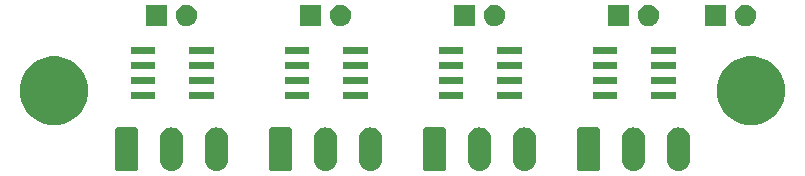
<source format=gbr>
G04 #@! TF.GenerationSoftware,KiCad,Pcbnew,(5.1.5)-3*
G04 #@! TF.CreationDate,2020-03-10T12:06:21-04:00*
G04 #@! TF.ProjectId,Step_Direction_Board,53746570-5f44-4697-9265-6374696f6e5f,rev?*
G04 #@! TF.SameCoordinates,PX7270e00PY78a3ca0*
G04 #@! TF.FileFunction,Soldermask,Bot*
G04 #@! TF.FilePolarity,Negative*
%FSLAX46Y46*%
G04 Gerber Fmt 4.6, Leading zero omitted, Abs format (unit mm)*
G04 Created by KiCad (PCBNEW (5.1.5)-3) date 2020-03-10 12:06:21*
%MOMM*%
%LPD*%
G04 APERTURE LIST*
%ADD10C,0.100000*%
G04 APERTURE END LIST*
D10*
G36*
X56057479Y5873893D02*
G01*
X56057482Y5873892D01*
X56057483Y5873892D01*
X56236747Y5819513D01*
X56236750Y5819511D01*
X56236751Y5819511D01*
X56401958Y5731207D01*
X56546767Y5612365D01*
X56665609Y5467556D01*
X56753913Y5302350D01*
X56753915Y5302346D01*
X56753915Y5302345D01*
X56808295Y5123078D01*
X56822055Y4983371D01*
X56822055Y3089935D01*
X56808295Y2950228D01*
X56808294Y2950225D01*
X56808294Y2950224D01*
X56753915Y2770960D01*
X56753913Y2770957D01*
X56753913Y2770956D01*
X56665609Y2605750D01*
X56546767Y2460941D01*
X56401958Y2342099D01*
X56254480Y2263271D01*
X56236748Y2253793D01*
X56057484Y2199414D01*
X56057483Y2199414D01*
X56057480Y2199413D01*
X55871055Y2181052D01*
X55684631Y2199413D01*
X55684628Y2199414D01*
X55684627Y2199414D01*
X55505363Y2253793D01*
X55487631Y2263271D01*
X55340153Y2342099D01*
X55195344Y2460941D01*
X55076502Y2605750D01*
X54988198Y2770956D01*
X54988198Y2770957D01*
X54988196Y2770960D01*
X54933817Y2950224D01*
X54933817Y2950225D01*
X54933816Y2950228D01*
X54920055Y3089936D01*
X54920055Y4983370D01*
X54933815Y5123077D01*
X54933816Y5123081D01*
X54988195Y5302345D01*
X54988198Y5302350D01*
X55076501Y5467556D01*
X55195343Y5612365D01*
X55340152Y5731207D01*
X55505358Y5819511D01*
X55505359Y5819511D01*
X55505362Y5819513D01*
X55684626Y5873892D01*
X55684627Y5873892D01*
X55684630Y5873893D01*
X55871055Y5892254D01*
X56057479Y5873893D01*
G37*
G36*
X52247479Y5873893D02*
G01*
X52247482Y5873892D01*
X52247483Y5873892D01*
X52426747Y5819513D01*
X52426750Y5819511D01*
X52426751Y5819511D01*
X52591958Y5731207D01*
X52736767Y5612365D01*
X52855609Y5467556D01*
X52943913Y5302350D01*
X52943915Y5302346D01*
X52943915Y5302345D01*
X52998295Y5123078D01*
X53012055Y4983371D01*
X53012055Y3089935D01*
X52998295Y2950228D01*
X52998294Y2950225D01*
X52998294Y2950224D01*
X52943915Y2770960D01*
X52943913Y2770957D01*
X52943913Y2770956D01*
X52855609Y2605750D01*
X52736767Y2460941D01*
X52591958Y2342099D01*
X52444480Y2263271D01*
X52426748Y2253793D01*
X52247484Y2199414D01*
X52247483Y2199414D01*
X52247480Y2199413D01*
X52061055Y2181052D01*
X51874631Y2199413D01*
X51874628Y2199414D01*
X51874627Y2199414D01*
X51695363Y2253793D01*
X51677631Y2263271D01*
X51530153Y2342099D01*
X51385344Y2460941D01*
X51266502Y2605750D01*
X51178198Y2770956D01*
X51178198Y2770957D01*
X51178196Y2770960D01*
X51123817Y2950224D01*
X51123817Y2950225D01*
X51123816Y2950228D01*
X51110055Y3089936D01*
X51110055Y4983370D01*
X51123815Y5123077D01*
X51123816Y5123081D01*
X51178195Y5302345D01*
X51178198Y5302350D01*
X51266501Y5467556D01*
X51385343Y5612365D01*
X51530152Y5731207D01*
X51695358Y5819511D01*
X51695359Y5819511D01*
X51695362Y5819513D01*
X51874626Y5873892D01*
X51874627Y5873892D01*
X51874630Y5873893D01*
X52061055Y5892254D01*
X52247479Y5873893D01*
G37*
G36*
X43017479Y5873893D02*
G01*
X43017482Y5873892D01*
X43017483Y5873892D01*
X43196747Y5819513D01*
X43196750Y5819511D01*
X43196751Y5819511D01*
X43361958Y5731207D01*
X43506767Y5612365D01*
X43625609Y5467556D01*
X43713913Y5302350D01*
X43713915Y5302346D01*
X43713915Y5302345D01*
X43768295Y5123078D01*
X43782055Y4983371D01*
X43782055Y3089935D01*
X43768295Y2950228D01*
X43768294Y2950225D01*
X43768294Y2950224D01*
X43713915Y2770960D01*
X43713913Y2770957D01*
X43713913Y2770956D01*
X43625609Y2605750D01*
X43506767Y2460941D01*
X43361958Y2342099D01*
X43214480Y2263271D01*
X43196748Y2253793D01*
X43017484Y2199414D01*
X43017483Y2199414D01*
X43017480Y2199413D01*
X42831055Y2181052D01*
X42644631Y2199413D01*
X42644628Y2199414D01*
X42644627Y2199414D01*
X42465363Y2253793D01*
X42447631Y2263271D01*
X42300153Y2342099D01*
X42155344Y2460941D01*
X42036502Y2605750D01*
X41948198Y2770956D01*
X41948198Y2770957D01*
X41948196Y2770960D01*
X41893817Y2950224D01*
X41893817Y2950225D01*
X41893816Y2950228D01*
X41880055Y3089936D01*
X41880055Y4983370D01*
X41893815Y5123077D01*
X41893816Y5123081D01*
X41948195Y5302345D01*
X41948198Y5302350D01*
X42036501Y5467556D01*
X42155343Y5612365D01*
X42300152Y5731207D01*
X42465358Y5819511D01*
X42465359Y5819511D01*
X42465362Y5819513D01*
X42644626Y5873892D01*
X42644627Y5873892D01*
X42644630Y5873893D01*
X42831055Y5892254D01*
X43017479Y5873893D01*
G37*
G36*
X39207479Y5873893D02*
G01*
X39207482Y5873892D01*
X39207483Y5873892D01*
X39386747Y5819513D01*
X39386750Y5819511D01*
X39386751Y5819511D01*
X39551958Y5731207D01*
X39696767Y5612365D01*
X39815609Y5467556D01*
X39903913Y5302350D01*
X39903915Y5302346D01*
X39903915Y5302345D01*
X39958295Y5123078D01*
X39972055Y4983371D01*
X39972055Y3089935D01*
X39958295Y2950228D01*
X39958294Y2950225D01*
X39958294Y2950224D01*
X39903915Y2770960D01*
X39903913Y2770957D01*
X39903913Y2770956D01*
X39815609Y2605750D01*
X39696767Y2460941D01*
X39551958Y2342099D01*
X39404480Y2263271D01*
X39386748Y2253793D01*
X39207484Y2199414D01*
X39207483Y2199414D01*
X39207480Y2199413D01*
X39021055Y2181052D01*
X38834631Y2199413D01*
X38834628Y2199414D01*
X38834627Y2199414D01*
X38655363Y2253793D01*
X38637631Y2263271D01*
X38490153Y2342099D01*
X38345344Y2460941D01*
X38226502Y2605750D01*
X38138198Y2770956D01*
X38138198Y2770957D01*
X38138196Y2770960D01*
X38083817Y2950224D01*
X38083817Y2950225D01*
X38083816Y2950228D01*
X38070055Y3089936D01*
X38070055Y4983370D01*
X38083815Y5123077D01*
X38083816Y5123081D01*
X38138195Y5302345D01*
X38138198Y5302350D01*
X38226501Y5467556D01*
X38345343Y5612365D01*
X38490152Y5731207D01*
X38655358Y5819511D01*
X38655359Y5819511D01*
X38655362Y5819513D01*
X38834626Y5873892D01*
X38834627Y5873892D01*
X38834630Y5873893D01*
X39021055Y5892254D01*
X39207479Y5873893D01*
G37*
G36*
X29977479Y5873893D02*
G01*
X29977482Y5873892D01*
X29977483Y5873892D01*
X30156747Y5819513D01*
X30156750Y5819511D01*
X30156751Y5819511D01*
X30321958Y5731207D01*
X30466767Y5612365D01*
X30585609Y5467556D01*
X30673913Y5302350D01*
X30673915Y5302346D01*
X30673915Y5302345D01*
X30728295Y5123078D01*
X30742055Y4983371D01*
X30742055Y3089935D01*
X30728295Y2950228D01*
X30728294Y2950225D01*
X30728294Y2950224D01*
X30673915Y2770960D01*
X30673913Y2770957D01*
X30673913Y2770956D01*
X30585609Y2605750D01*
X30466767Y2460941D01*
X30321958Y2342099D01*
X30174480Y2263271D01*
X30156748Y2253793D01*
X29977484Y2199414D01*
X29977483Y2199414D01*
X29977480Y2199413D01*
X29791055Y2181052D01*
X29604631Y2199413D01*
X29604628Y2199414D01*
X29604627Y2199414D01*
X29425363Y2253793D01*
X29407631Y2263271D01*
X29260153Y2342099D01*
X29115344Y2460941D01*
X28996502Y2605750D01*
X28908198Y2770956D01*
X28908198Y2770957D01*
X28908196Y2770960D01*
X28853817Y2950224D01*
X28853817Y2950225D01*
X28853816Y2950228D01*
X28840055Y3089936D01*
X28840055Y4983370D01*
X28853815Y5123077D01*
X28853816Y5123081D01*
X28908195Y5302345D01*
X28908198Y5302350D01*
X28996501Y5467556D01*
X29115343Y5612365D01*
X29260152Y5731207D01*
X29425358Y5819511D01*
X29425359Y5819511D01*
X29425362Y5819513D01*
X29604626Y5873892D01*
X29604627Y5873892D01*
X29604630Y5873893D01*
X29791055Y5892254D01*
X29977479Y5873893D01*
G37*
G36*
X26167479Y5873893D02*
G01*
X26167482Y5873892D01*
X26167483Y5873892D01*
X26346747Y5819513D01*
X26346750Y5819511D01*
X26346751Y5819511D01*
X26511958Y5731207D01*
X26656767Y5612365D01*
X26775609Y5467556D01*
X26863913Y5302350D01*
X26863915Y5302346D01*
X26863915Y5302345D01*
X26918295Y5123078D01*
X26932055Y4983371D01*
X26932055Y3089935D01*
X26918295Y2950228D01*
X26918294Y2950225D01*
X26918294Y2950224D01*
X26863915Y2770960D01*
X26863913Y2770957D01*
X26863913Y2770956D01*
X26775609Y2605750D01*
X26656767Y2460941D01*
X26511958Y2342099D01*
X26364480Y2263271D01*
X26346748Y2253793D01*
X26167484Y2199414D01*
X26167483Y2199414D01*
X26167480Y2199413D01*
X25981055Y2181052D01*
X25794631Y2199413D01*
X25794628Y2199414D01*
X25794627Y2199414D01*
X25615363Y2253793D01*
X25597631Y2263271D01*
X25450153Y2342099D01*
X25305344Y2460941D01*
X25186502Y2605750D01*
X25098198Y2770956D01*
X25098198Y2770957D01*
X25098196Y2770960D01*
X25043817Y2950224D01*
X25043817Y2950225D01*
X25043816Y2950228D01*
X25030055Y3089936D01*
X25030055Y4983370D01*
X25043815Y5123077D01*
X25043816Y5123081D01*
X25098195Y5302345D01*
X25098198Y5302350D01*
X25186501Y5467556D01*
X25305343Y5612365D01*
X25450152Y5731207D01*
X25615358Y5819511D01*
X25615359Y5819511D01*
X25615362Y5819513D01*
X25794626Y5873892D01*
X25794627Y5873892D01*
X25794630Y5873893D01*
X25981055Y5892254D01*
X26167479Y5873893D01*
G37*
G36*
X13127479Y5873893D02*
G01*
X13127482Y5873892D01*
X13127483Y5873892D01*
X13306747Y5819513D01*
X13306750Y5819511D01*
X13306751Y5819511D01*
X13471958Y5731207D01*
X13616767Y5612365D01*
X13735609Y5467556D01*
X13823913Y5302350D01*
X13823915Y5302346D01*
X13823915Y5302345D01*
X13878295Y5123078D01*
X13892055Y4983371D01*
X13892055Y3089935D01*
X13878295Y2950228D01*
X13878294Y2950225D01*
X13878294Y2950224D01*
X13823915Y2770960D01*
X13823913Y2770957D01*
X13823913Y2770956D01*
X13735609Y2605750D01*
X13616767Y2460941D01*
X13471958Y2342099D01*
X13324480Y2263271D01*
X13306748Y2253793D01*
X13127484Y2199414D01*
X13127483Y2199414D01*
X13127480Y2199413D01*
X12941055Y2181052D01*
X12754631Y2199413D01*
X12754628Y2199414D01*
X12754627Y2199414D01*
X12575363Y2253793D01*
X12557631Y2263271D01*
X12410153Y2342099D01*
X12265344Y2460941D01*
X12146502Y2605750D01*
X12058198Y2770956D01*
X12058198Y2770957D01*
X12058196Y2770960D01*
X12003817Y2950224D01*
X12003817Y2950225D01*
X12003816Y2950228D01*
X11990055Y3089936D01*
X11990055Y4983370D01*
X12003815Y5123077D01*
X12003816Y5123081D01*
X12058195Y5302345D01*
X12058198Y5302350D01*
X12146501Y5467556D01*
X12265343Y5612365D01*
X12410152Y5731207D01*
X12575358Y5819511D01*
X12575359Y5819511D01*
X12575362Y5819513D01*
X12754626Y5873892D01*
X12754627Y5873892D01*
X12754630Y5873893D01*
X12941055Y5892254D01*
X13127479Y5873893D01*
G37*
G36*
X16937479Y5873893D02*
G01*
X16937482Y5873892D01*
X16937483Y5873892D01*
X17116747Y5819513D01*
X17116750Y5819511D01*
X17116751Y5819511D01*
X17281958Y5731207D01*
X17426767Y5612365D01*
X17545609Y5467556D01*
X17633913Y5302350D01*
X17633915Y5302346D01*
X17633915Y5302345D01*
X17688295Y5123078D01*
X17702055Y4983371D01*
X17702055Y3089935D01*
X17688295Y2950228D01*
X17688294Y2950225D01*
X17688294Y2950224D01*
X17633915Y2770960D01*
X17633913Y2770957D01*
X17633913Y2770956D01*
X17545609Y2605750D01*
X17426767Y2460941D01*
X17281958Y2342099D01*
X17134480Y2263271D01*
X17116748Y2253793D01*
X16937484Y2199414D01*
X16937483Y2199414D01*
X16937480Y2199413D01*
X16751055Y2181052D01*
X16564631Y2199413D01*
X16564628Y2199414D01*
X16564627Y2199414D01*
X16385363Y2253793D01*
X16367631Y2263271D01*
X16220153Y2342099D01*
X16075344Y2460941D01*
X15956502Y2605750D01*
X15868198Y2770956D01*
X15868198Y2770957D01*
X15868196Y2770960D01*
X15813817Y2950224D01*
X15813817Y2950225D01*
X15813816Y2950228D01*
X15800055Y3089936D01*
X15800055Y4983370D01*
X15813815Y5123077D01*
X15813816Y5123081D01*
X15868195Y5302345D01*
X15868198Y5302350D01*
X15956501Y5467556D01*
X16075343Y5612365D01*
X16220152Y5731207D01*
X16385358Y5819511D01*
X16385359Y5819511D01*
X16385362Y5819513D01*
X16564626Y5873892D01*
X16564627Y5873892D01*
X16564630Y5873893D01*
X16751055Y5892254D01*
X16937479Y5873893D01*
G37*
G36*
X22981970Y5883719D02*
G01*
X23014479Y5873858D01*
X23044437Y5857844D01*
X23070696Y5836294D01*
X23092246Y5810035D01*
X23108260Y5780077D01*
X23118121Y5747568D01*
X23122055Y5707624D01*
X23122055Y2365682D01*
X23118121Y2325738D01*
X23108260Y2293229D01*
X23092246Y2263271D01*
X23070696Y2237012D01*
X23044437Y2215462D01*
X23014479Y2199448D01*
X22981970Y2189587D01*
X22942026Y2185653D01*
X21400084Y2185653D01*
X21360140Y2189587D01*
X21327631Y2199448D01*
X21297673Y2215462D01*
X21271414Y2237012D01*
X21249864Y2263271D01*
X21233850Y2293229D01*
X21223989Y2325738D01*
X21220055Y2365682D01*
X21220055Y5707624D01*
X21223989Y5747568D01*
X21233850Y5780077D01*
X21249864Y5810035D01*
X21271414Y5836294D01*
X21297673Y5857844D01*
X21327631Y5873858D01*
X21360140Y5883719D01*
X21400084Y5887653D01*
X22942026Y5887653D01*
X22981970Y5883719D01*
G37*
G36*
X9941970Y5883719D02*
G01*
X9974479Y5873858D01*
X10004437Y5857844D01*
X10030696Y5836294D01*
X10052246Y5810035D01*
X10068260Y5780077D01*
X10078121Y5747568D01*
X10082055Y5707624D01*
X10082055Y2365682D01*
X10078121Y2325738D01*
X10068260Y2293229D01*
X10052246Y2263271D01*
X10030696Y2237012D01*
X10004437Y2215462D01*
X9974479Y2199448D01*
X9941970Y2189587D01*
X9902026Y2185653D01*
X8360084Y2185653D01*
X8320140Y2189587D01*
X8287631Y2199448D01*
X8257673Y2215462D01*
X8231414Y2237012D01*
X8209864Y2263271D01*
X8193850Y2293229D01*
X8183989Y2325738D01*
X8180055Y2365682D01*
X8180055Y5707624D01*
X8183989Y5747568D01*
X8193850Y5780077D01*
X8209864Y5810035D01*
X8231414Y5836294D01*
X8257673Y5857844D01*
X8287631Y5873858D01*
X8320140Y5883719D01*
X8360084Y5887653D01*
X9902026Y5887653D01*
X9941970Y5883719D01*
G37*
G36*
X36021970Y5883719D02*
G01*
X36054479Y5873858D01*
X36084437Y5857844D01*
X36110696Y5836294D01*
X36132246Y5810035D01*
X36148260Y5780077D01*
X36158121Y5747568D01*
X36162055Y5707624D01*
X36162055Y2365682D01*
X36158121Y2325738D01*
X36148260Y2293229D01*
X36132246Y2263271D01*
X36110696Y2237012D01*
X36084437Y2215462D01*
X36054479Y2199448D01*
X36021970Y2189587D01*
X35982026Y2185653D01*
X34440084Y2185653D01*
X34400140Y2189587D01*
X34367631Y2199448D01*
X34337673Y2215462D01*
X34311414Y2237012D01*
X34289864Y2263271D01*
X34273850Y2293229D01*
X34263989Y2325738D01*
X34260055Y2365682D01*
X34260055Y5707624D01*
X34263989Y5747568D01*
X34273850Y5780077D01*
X34289864Y5810035D01*
X34311414Y5836294D01*
X34337673Y5857844D01*
X34367631Y5873858D01*
X34400140Y5883719D01*
X34440084Y5887653D01*
X35982026Y5887653D01*
X36021970Y5883719D01*
G37*
G36*
X49061970Y5883719D02*
G01*
X49094479Y5873858D01*
X49124437Y5857844D01*
X49150696Y5836294D01*
X49172246Y5810035D01*
X49188260Y5780077D01*
X49198121Y5747568D01*
X49202055Y5707624D01*
X49202055Y2365682D01*
X49198121Y2325738D01*
X49188260Y2293229D01*
X49172246Y2263271D01*
X49150696Y2237012D01*
X49124437Y2215462D01*
X49094479Y2199448D01*
X49061970Y2189587D01*
X49022026Y2185653D01*
X47480084Y2185653D01*
X47440140Y2189587D01*
X47407631Y2199448D01*
X47377673Y2215462D01*
X47351414Y2237012D01*
X47329864Y2263271D01*
X47313850Y2293229D01*
X47303989Y2325738D01*
X47300055Y2365682D01*
X47300055Y5707624D01*
X47303989Y5747568D01*
X47313850Y5780077D01*
X47329864Y5810035D01*
X47351414Y5836294D01*
X47377673Y5857844D01*
X47407631Y5873858D01*
X47440140Y5883719D01*
X47480084Y5887653D01*
X49022026Y5887653D01*
X49061970Y5883719D01*
G37*
G36*
X3846189Y11789517D02*
G01*
X3846192Y11789516D01*
X3846191Y11789516D01*
X4374139Y11570833D01*
X4849280Y11253354D01*
X5253354Y10849280D01*
X5283208Y10804600D01*
X5570834Y10374137D01*
X5789517Y9846189D01*
X5901000Y9285725D01*
X5901000Y8714275D01*
X5789517Y8153811D01*
X5789516Y8153809D01*
X5570833Y7625861D01*
X5253354Y7150720D01*
X4849280Y6746646D01*
X4374139Y6429167D01*
X4374138Y6429166D01*
X4374137Y6429166D01*
X3846189Y6210483D01*
X3285725Y6099000D01*
X2714275Y6099000D01*
X2153811Y6210483D01*
X1625863Y6429166D01*
X1625862Y6429166D01*
X1625861Y6429167D01*
X1150720Y6746646D01*
X746646Y7150720D01*
X429167Y7625861D01*
X210484Y8153809D01*
X210483Y8153811D01*
X99000Y8714275D01*
X99000Y9285725D01*
X210483Y9846189D01*
X429166Y10374137D01*
X716792Y10804600D01*
X746646Y10849280D01*
X1150720Y11253354D01*
X1625861Y11570833D01*
X2153809Y11789516D01*
X2153808Y11789516D01*
X2153811Y11789517D01*
X2714275Y11901000D01*
X3285725Y11901000D01*
X3846189Y11789517D01*
G37*
G36*
X62846189Y11789517D02*
G01*
X62846192Y11789516D01*
X62846191Y11789516D01*
X63374139Y11570833D01*
X63849280Y11253354D01*
X64253354Y10849280D01*
X64283208Y10804600D01*
X64570834Y10374137D01*
X64789517Y9846189D01*
X64901000Y9285725D01*
X64901000Y8714275D01*
X64789517Y8153811D01*
X64789516Y8153809D01*
X64570833Y7625861D01*
X64253354Y7150720D01*
X63849280Y6746646D01*
X63374139Y6429167D01*
X63374138Y6429166D01*
X63374137Y6429166D01*
X62846189Y6210483D01*
X62285725Y6099000D01*
X61714275Y6099000D01*
X61153811Y6210483D01*
X60625863Y6429166D01*
X60625862Y6429166D01*
X60625861Y6429167D01*
X60150720Y6746646D01*
X59746646Y7150720D01*
X59429167Y7625861D01*
X59210484Y8153809D01*
X59210483Y8153811D01*
X59099000Y8714275D01*
X59099000Y9285725D01*
X59210483Y9846189D01*
X59429166Y10374137D01*
X59716792Y10804600D01*
X59746646Y10849280D01*
X60150720Y11253354D01*
X60625861Y11570833D01*
X61153809Y11789516D01*
X61153808Y11789516D01*
X61153811Y11789517D01*
X61714275Y11901000D01*
X62285725Y11901000D01*
X62846189Y11789517D01*
G37*
G36*
X37657800Y8264600D02*
G01*
X35574600Y8264600D01*
X35574600Y8925400D01*
X37657800Y8925400D01*
X37657800Y8264600D01*
G37*
G36*
X42585400Y8264600D02*
G01*
X40502200Y8264600D01*
X40502200Y8925400D01*
X42585400Y8925400D01*
X42585400Y8264600D01*
G37*
G36*
X50697800Y8264600D02*
G01*
X48614600Y8264600D01*
X48614600Y8925400D01*
X50697800Y8925400D01*
X50697800Y8264600D01*
G37*
G36*
X55625400Y8264600D02*
G01*
X53542200Y8264600D01*
X53542200Y8925400D01*
X55625400Y8925400D01*
X55625400Y8264600D01*
G37*
G36*
X29545400Y8264600D02*
G01*
X27462200Y8264600D01*
X27462200Y8925400D01*
X29545400Y8925400D01*
X29545400Y8264600D01*
G37*
G36*
X24617800Y8264600D02*
G01*
X22534600Y8264600D01*
X22534600Y8925400D01*
X24617800Y8925400D01*
X24617800Y8264600D01*
G37*
G36*
X16505400Y8264600D02*
G01*
X14422200Y8264600D01*
X14422200Y8925400D01*
X16505400Y8925400D01*
X16505400Y8264600D01*
G37*
G36*
X11577800Y8264600D02*
G01*
X9494600Y8264600D01*
X9494600Y8925400D01*
X11577800Y8925400D01*
X11577800Y8264600D01*
G37*
G36*
X11577800Y9534600D02*
G01*
X9494600Y9534600D01*
X9494600Y10195400D01*
X11577800Y10195400D01*
X11577800Y9534600D01*
G37*
G36*
X16505400Y9534600D02*
G01*
X14422200Y9534600D01*
X14422200Y10195400D01*
X16505400Y10195400D01*
X16505400Y9534600D01*
G37*
G36*
X24617800Y9534600D02*
G01*
X22534600Y9534600D01*
X22534600Y10195400D01*
X24617800Y10195400D01*
X24617800Y9534600D01*
G37*
G36*
X37657800Y9534600D02*
G01*
X35574600Y9534600D01*
X35574600Y10195400D01*
X37657800Y10195400D01*
X37657800Y9534600D01*
G37*
G36*
X42585400Y9534600D02*
G01*
X40502200Y9534600D01*
X40502200Y10195400D01*
X42585400Y10195400D01*
X42585400Y9534600D01*
G37*
G36*
X50697800Y9534600D02*
G01*
X48614600Y9534600D01*
X48614600Y10195400D01*
X50697800Y10195400D01*
X50697800Y9534600D01*
G37*
G36*
X29545400Y9534600D02*
G01*
X27462200Y9534600D01*
X27462200Y10195400D01*
X29545400Y10195400D01*
X29545400Y9534600D01*
G37*
G36*
X55625400Y9534600D02*
G01*
X53542200Y9534600D01*
X53542200Y10195400D01*
X55625400Y10195400D01*
X55625400Y9534600D01*
G37*
G36*
X50697800Y10804600D02*
G01*
X48614600Y10804600D01*
X48614600Y11465400D01*
X50697800Y11465400D01*
X50697800Y10804600D01*
G37*
G36*
X55625400Y10804600D02*
G01*
X53542200Y10804600D01*
X53542200Y11465400D01*
X55625400Y11465400D01*
X55625400Y10804600D01*
G37*
G36*
X37657800Y10804600D02*
G01*
X35574600Y10804600D01*
X35574600Y11465400D01*
X37657800Y11465400D01*
X37657800Y10804600D01*
G37*
G36*
X11577800Y10804600D02*
G01*
X9494600Y10804600D01*
X9494600Y11465400D01*
X11577800Y11465400D01*
X11577800Y10804600D01*
G37*
G36*
X42585400Y10804600D02*
G01*
X40502200Y10804600D01*
X40502200Y11465400D01*
X42585400Y11465400D01*
X42585400Y10804600D01*
G37*
G36*
X24617800Y10804600D02*
G01*
X22534600Y10804600D01*
X22534600Y11465400D01*
X24617800Y11465400D01*
X24617800Y10804600D01*
G37*
G36*
X16505400Y10804600D02*
G01*
X14422200Y10804600D01*
X14422200Y11465400D01*
X16505400Y11465400D01*
X16505400Y10804600D01*
G37*
G36*
X29545400Y10804600D02*
G01*
X27462200Y10804600D01*
X27462200Y11465400D01*
X29545400Y11465400D01*
X29545400Y10804600D01*
G37*
G36*
X24617800Y12074600D02*
G01*
X22534600Y12074600D01*
X22534600Y12735400D01*
X24617800Y12735400D01*
X24617800Y12074600D01*
G37*
G36*
X37657800Y12074600D02*
G01*
X35574600Y12074600D01*
X35574600Y12735400D01*
X37657800Y12735400D01*
X37657800Y12074600D01*
G37*
G36*
X50697800Y12074600D02*
G01*
X48614600Y12074600D01*
X48614600Y12735400D01*
X50697800Y12735400D01*
X50697800Y12074600D01*
G37*
G36*
X55625400Y12074600D02*
G01*
X53542200Y12074600D01*
X53542200Y12735400D01*
X55625400Y12735400D01*
X55625400Y12074600D01*
G37*
G36*
X42585400Y12074600D02*
G01*
X40502200Y12074600D01*
X40502200Y12735400D01*
X42585400Y12735400D01*
X42585400Y12074600D01*
G37*
G36*
X29545400Y12074600D02*
G01*
X27462200Y12074600D01*
X27462200Y12735400D01*
X29545400Y12735400D01*
X29545400Y12074600D01*
G37*
G36*
X16505400Y12074600D02*
G01*
X14422200Y12074600D01*
X14422200Y12735400D01*
X16505400Y12735400D01*
X16505400Y12074600D01*
G37*
G36*
X11577800Y12074600D02*
G01*
X9494600Y12074600D01*
X9494600Y12735400D01*
X11577800Y12735400D01*
X11577800Y12074600D01*
G37*
G36*
X12564846Y14475036D02*
G01*
X10762846Y14475036D01*
X10762846Y16277036D01*
X12564846Y16277036D01*
X12564846Y14475036D01*
G37*
G36*
X40397358Y16272109D02*
G01*
X40546658Y16242412D01*
X40710630Y16174492D01*
X40858200Y16075889D01*
X40983699Y15950390D01*
X41082302Y15802820D01*
X41150222Y15638848D01*
X41184846Y15464777D01*
X41184846Y15287295D01*
X41150222Y15113224D01*
X41082302Y14949252D01*
X40983699Y14801682D01*
X40858200Y14676183D01*
X40710630Y14577580D01*
X40546658Y14509660D01*
X40397358Y14479963D01*
X40372588Y14475036D01*
X40195104Y14475036D01*
X40170334Y14479963D01*
X40021034Y14509660D01*
X39857062Y14577580D01*
X39709492Y14676183D01*
X39583993Y14801682D01*
X39485390Y14949252D01*
X39417470Y15113224D01*
X39382846Y15287295D01*
X39382846Y15464777D01*
X39417470Y15638848D01*
X39485390Y15802820D01*
X39583993Y15950390D01*
X39709492Y16075889D01*
X39857062Y16174492D01*
X40021034Y16242412D01*
X40170334Y16272109D01*
X40195104Y16277036D01*
X40372588Y16277036D01*
X40397358Y16272109D01*
G37*
G36*
X38644846Y14475036D02*
G01*
X36842846Y14475036D01*
X36842846Y16277036D01*
X38644846Y16277036D01*
X38644846Y14475036D01*
G37*
G36*
X61653512Y16272109D02*
G01*
X61802812Y16242412D01*
X61966784Y16174492D01*
X62114354Y16075889D01*
X62239853Y15950390D01*
X62338456Y15802820D01*
X62406376Y15638848D01*
X62441000Y15464777D01*
X62441000Y15287295D01*
X62406376Y15113224D01*
X62338456Y14949252D01*
X62239853Y14801682D01*
X62114354Y14676183D01*
X61966784Y14577580D01*
X61802812Y14509660D01*
X61653512Y14479963D01*
X61628742Y14475036D01*
X61451258Y14475036D01*
X61426488Y14479963D01*
X61277188Y14509660D01*
X61113216Y14577580D01*
X60965646Y14676183D01*
X60840147Y14801682D01*
X60741544Y14949252D01*
X60673624Y15113224D01*
X60639000Y15287295D01*
X60639000Y15464777D01*
X60673624Y15638848D01*
X60741544Y15802820D01*
X60840147Y15950390D01*
X60965646Y16075889D01*
X61113216Y16174492D01*
X61277188Y16242412D01*
X61426488Y16272109D01*
X61451258Y16277036D01*
X61628742Y16277036D01*
X61653512Y16272109D01*
G37*
G36*
X27357358Y16272109D02*
G01*
X27506658Y16242412D01*
X27670630Y16174492D01*
X27818200Y16075889D01*
X27943699Y15950390D01*
X28042302Y15802820D01*
X28110222Y15638848D01*
X28144846Y15464777D01*
X28144846Y15287295D01*
X28110222Y15113224D01*
X28042302Y14949252D01*
X27943699Y14801682D01*
X27818200Y14676183D01*
X27670630Y14577580D01*
X27506658Y14509660D01*
X27357358Y14479963D01*
X27332588Y14475036D01*
X27155104Y14475036D01*
X27130334Y14479963D01*
X26981034Y14509660D01*
X26817062Y14577580D01*
X26669492Y14676183D01*
X26543993Y14801682D01*
X26445390Y14949252D01*
X26377470Y15113224D01*
X26342846Y15287295D01*
X26342846Y15464777D01*
X26377470Y15638848D01*
X26445390Y15802820D01*
X26543993Y15950390D01*
X26669492Y16075889D01*
X26817062Y16174492D01*
X26981034Y16242412D01*
X27130334Y16272109D01*
X27155104Y16277036D01*
X27332588Y16277036D01*
X27357358Y16272109D01*
G37*
G36*
X25604846Y14475036D02*
G01*
X23802846Y14475036D01*
X23802846Y16277036D01*
X25604846Y16277036D01*
X25604846Y14475036D01*
G37*
G36*
X14317358Y16272109D02*
G01*
X14466658Y16242412D01*
X14630630Y16174492D01*
X14778200Y16075889D01*
X14903699Y15950390D01*
X15002302Y15802820D01*
X15070222Y15638848D01*
X15104846Y15464777D01*
X15104846Y15287295D01*
X15070222Y15113224D01*
X15002302Y14949252D01*
X14903699Y14801682D01*
X14778200Y14676183D01*
X14630630Y14577580D01*
X14466658Y14509660D01*
X14317358Y14479963D01*
X14292588Y14475036D01*
X14115104Y14475036D01*
X14090334Y14479963D01*
X13941034Y14509660D01*
X13777062Y14577580D01*
X13629492Y14676183D01*
X13503993Y14801682D01*
X13405390Y14949252D01*
X13337470Y15113224D01*
X13302846Y15287295D01*
X13302846Y15464777D01*
X13337470Y15638848D01*
X13405390Y15802820D01*
X13503993Y15950390D01*
X13629492Y16075889D01*
X13777062Y16174492D01*
X13941034Y16242412D01*
X14090334Y16272109D01*
X14115104Y16277036D01*
X14292588Y16277036D01*
X14317358Y16272109D01*
G37*
G36*
X59901000Y14475036D02*
G01*
X58099000Y14475036D01*
X58099000Y16277036D01*
X59901000Y16277036D01*
X59901000Y14475036D01*
G37*
G36*
X53437358Y16272109D02*
G01*
X53586658Y16242412D01*
X53750630Y16174492D01*
X53898200Y16075889D01*
X54023699Y15950390D01*
X54122302Y15802820D01*
X54190222Y15638848D01*
X54224846Y15464777D01*
X54224846Y15287295D01*
X54190222Y15113224D01*
X54122302Y14949252D01*
X54023699Y14801682D01*
X53898200Y14676183D01*
X53750630Y14577580D01*
X53586658Y14509660D01*
X53437358Y14479963D01*
X53412588Y14475036D01*
X53235104Y14475036D01*
X53210334Y14479963D01*
X53061034Y14509660D01*
X52897062Y14577580D01*
X52749492Y14676183D01*
X52623993Y14801682D01*
X52525390Y14949252D01*
X52457470Y15113224D01*
X52422846Y15287295D01*
X52422846Y15464777D01*
X52457470Y15638848D01*
X52525390Y15802820D01*
X52623993Y15950390D01*
X52749492Y16075889D01*
X52897062Y16174492D01*
X53061034Y16242412D01*
X53210334Y16272109D01*
X53235104Y16277036D01*
X53412588Y16277036D01*
X53437358Y16272109D01*
G37*
G36*
X51684846Y14475036D02*
G01*
X49882846Y14475036D01*
X49882846Y16277036D01*
X51684846Y16277036D01*
X51684846Y14475036D01*
G37*
M02*

</source>
